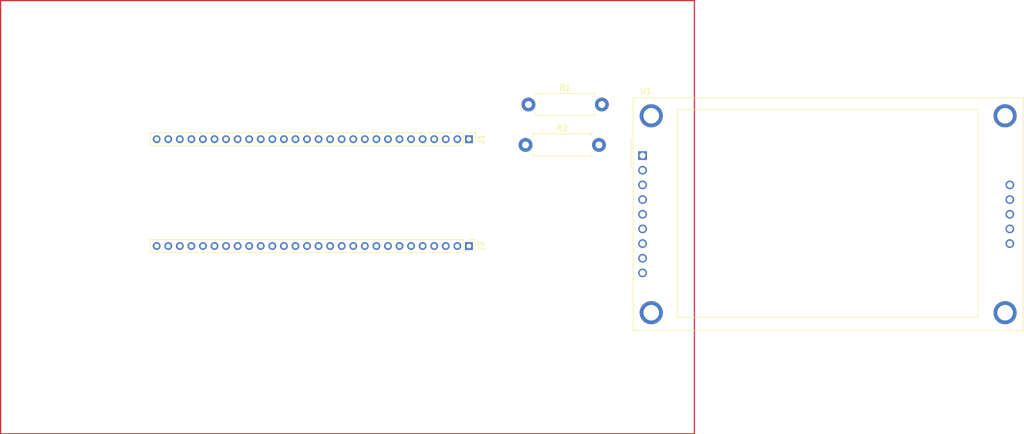
<source format=kicad_pcb>
(kicad_pcb (version 20241229) (generator "pcbnew") (generator_version "9.0")
  (layers (0 "F.Cu" signal) (2 "B.Cu" signal) (13 "F.Paste" user) (15 "B.Paste" user) (5 "F.SilkS" user "F.Silkscreen") (7 "B.SilkS" user "B.Silkscreen") (1 "F.Mask" user) (3 "B.Mask" user) (25 "Edge.Cuts" user))
  (net 0 "")
  (net 1 "/8")
  (net 2 "/3.3V")
  (net 3 "/10")
  (net 4 "/20")
  (net 5 "/0")
  (net 6 "/21")
  (net 7 "/2")
  (net 8 "/13")
  (net 9 "/23")
  (net 10 "/18")
  (net 11 "/16")
  (net 12 "/12")
  (net 13 "/4")
  (net 14 "/19")
  (net 15 "/22")
  (net 16 "/11")
  (net 17 "/5")
  (net 18 "/1")
  (net 19 "/17")
  (net 20 "/14")
  (net 21 "/15")
  (net 22 "GND")
  (net 23 "/3")
  (net 24 "/7")
  (net 25 "/24")
  (net 26 "/9")
  (net 27 "/6")
  (net 28 "/5V")
  (net 29 "/30")
  (net 30 "/36")
  (net 31 "/34")
  (net 32 "/42")
  (net 33 "/29")
  (net 34 "/39")
  (net 35 "/26")
  (net 36 "/SWD")
  (net 37 "/28")
  (net 38 "/35")
  (net 39 "/43")
  (net 40 "/41")
  (net 41 "/44")
  (net 42 "/38")
  (net 43 "/27")
  (net 44 "/25")
  (net 45 "/31")
  (net 46 "/46")
  (net 47 "/32")
  (net 48 "/33")
  (net 49 "/SWCLK")
  (net 50 "/47")
  (net 51 "/37")
  (net 52 "/40")
  (net 53 "/45")
  (net 54 "Net-(BT1-+)")
  (footprint "Resistor_THT:R_Axial_DIN0411_L9.9mm_D3.6mm_P12.70mm_Horizontal" (layer "F.Cu") (at 140.8 70)
    (property "Reference" "R2" (at 6.35 -2.92 0) (layer "F.SilkS"))
    (property "Value" "6.8K")
    (fp_line (start 1.28 -1.92) (end 11.42 -1.92) (stroke (width 0.12)) (layer "F.SilkS"))
    (fp_line (start 1.28 -1.44) (end 1.28 -1.92) (stroke (width 0.12)) (layer "F.SilkS"))
    (fp_line (start 1.28 1.44) (end 1.28 1.92) (stroke (width 0.12)) (layer "F.SilkS"))
    (fp_line (start 1.28 1.92) (end 11.42 1.92) (stroke (width 0.12)) (layer "F.SilkS"))
    (fp_line (start 11.42 -1.92) (end 11.42 -1.44) (stroke (width 0.12)) (layer "F.SilkS"))
    (fp_line (start 11.42 1.92) (end 11.42 1.44) (stroke (width 0.12)) (layer "F.SilkS"))
    (pad "1" thru_hole circle (at 0 0) (size 2.4 2.4) (drill 1.2) (layers "*.Cu" "*.Mask") (net 28 "/5V"))
    (pad "2" thru_hole circle (at 12.7 0) (size 2.4 2.4) (drill 1.2) (layers "*.Cu" "*.Mask") (net 22 "GND"))
  )
  (footprint "Display:CR2013-MI2120" (layer "F.Cu") (at 161.0425 71.84)
    (property "Reference" "U1" (at 0.59 -11.18 0) (layer "F.SilkS"))
    (property "Value" "~")
    (fp_line (start -2 -3) (end -2 2) (stroke (width 0.12)) (layer "F.SilkS"))
    (fp_line (start -1.62 -10.01) (end 65.82 -10.01) (stroke (width 0.12)) (layer "F.SilkS"))
    (fp_line (start -1.62 30.33) (end -1.62 -10.01) (stroke (width 0.12)) (layer "F.SilkS"))
    (fp_line (start 6 -8) (end 58 -8) (stroke (width 0.12)) (layer "F.SilkS"))
    (fp_line (start 6 28) (end 6 -8) (stroke (width 0.12)) (layer "F.SilkS"))
    (fp_line (start 58 -8) (end 58 28) (stroke (width 0.12)) (layer "F.SilkS"))
    (fp_line (start 58 28) (end 6 28) (stroke (width 0.12)) (layer "F.SilkS"))
    (fp_line (start 65.82 -10.01) (end 65.82 30.33) (stroke (width 0.12)) (layer "F.SilkS"))
    (fp_line (start 65.82 30.33) (end -1.62 30.33) (stroke (width 0.12)) (layer "F.SilkS"))
    (pad "" thru_hole circle (at 1.5 -6.89) (size 4 4) (drill 2.7) (layers "*.Cu" "*.Mask"))
    (pad "" thru_hole circle (at 1.5 27.21) (size 4 4) (drill 2.7) (layers "*.Cu" "*.Mask"))
    (pad "" thru_hole circle (at 62.7 -6.89) (size 4 4) (drill 2.7) (layers "*.Cu" "*.Mask"))
    (pad "" thru_hole circle (at 62.7 27.21) (size 4 4) (drill 2.7) (layers "*.Cu" "*.Mask"))
    (pad "1" thru_hole rect (at 0 0) (size 1.5 1.5) (drill 1) (layers "*.Cu" "*.Mask") (net 2 "/3.3V"))
    (pad "2" thru_hole circle (at 0 2.54) (size 1.5 1.5) (drill 1) (layers "*.Cu" "*.Mask") (net 22 "GND"))
    (pad "3" thru_hole circle (at 0 5.08) (size 1.5 1.5) (drill 1) (layers "*.Cu" "*.Mask") (net 8 "/13"))
    (pad "4" thru_hole circle (at 0 7.62) (size 1.5 1.5) (drill 1) (layers "*.Cu" "*.Mask") (net 12 "/12"))
    (pad "5" thru_hole circle (at 0 10.16) (size 1.5 1.5) (drill 1) (layers "*.Cu" "*.Mask") (net 19 "/17"))
    (pad "6" thru_hole circle (at 0 12.7) (size 1.5 1.5) (drill 1) (layers "*.Cu" "*.Mask") (net 21 "/15"))
    (pad "7" thru_hole circle (at 0 15.24) (size 1.5 1.5) (drill 1) (layers "*.Cu" "*.Mask") (net 20 "/14"))
    (pad "8" thru_hole circle (at 0 17.78) (size 1.5 1.5) (drill 1) (layers "*.Cu" "*.Mask") (net 2 "/3.3V"))
    (pad "9" thru_hole circle (at 0 20.32) (size 1.5 1.5) (drill 1) (layers "*.Cu" "*.Mask"))
    (pad "10" thru_hole circle (at 63.52 5.08) (size 1.5 1.5) (drill 1) (layers "*.Cu" "*.Mask"))
    (pad "11" thru_hole circle (at 63.52 7.62) (size 1.5 1.5) (drill 1) (layers "*.Cu" "*.Mask"))
    (pad "12" thru_hole circle (at 63.52 10.16) (size 1.5 1.5) (drill 1) (layers "*.Cu" "*.Mask"))
    (pad "13" thru_hole circle (at 63.52 12.7) (size 1.5 1.5) (drill 1) (layers "*.Cu" "*.Mask"))
    (pad "14" thru_hole circle (at 63.52 15.24) (size 1.5 1.5) (drill 1) (layers "*.Cu" "*.Mask"))
  )
  (footprint "Resistor_THT:R_Axial_DIN0411_L9.9mm_D3.6mm_P12.70mm_Horizontal" (layer "F.Cu") (at 141.3 63)
    (property "Reference" "R1" (at 6.35 -2.92 0) (layer "F.SilkS"))
    (property "Value" "1.5K")
    (fp_line (start 1.28 -1.92) (end 11.42 -1.92) (stroke (width 0.12)) (layer "F.SilkS"))
    (fp_line (start 1.28 -1.44) (end 1.28 -1.92) (stroke (width 0.12)) (layer "F.SilkS"))
    (fp_line (start 1.28 1.44) (end 1.28 1.92) (stroke (width 0.12)) (layer "F.SilkS"))
    (fp_line (start 1.28 1.92) (end 11.42 1.92) (stroke (width 0.12)) (layer "F.SilkS"))
    (fp_line (start 11.42 -1.92) (end 11.42 -1.44) (stroke (width 0.12)) (layer "F.SilkS"))
    (fp_line (start 11.42 1.92) (end 11.42 1.44) (stroke (width 0.12)) (layer "F.SilkS"))
    (pad "1" thru_hole circle (at 0 0) (size 2.4 2.4) (drill 1.2) (layers "*.Cu" "*.Mask") (net 54 "Net-(BT1-+)"))
    (pad "2" thru_hole circle (at 12.7 0) (size 2.4 2.4) (drill 1.2) (layers "*.Cu" "*.Mask") (net 28 "/5V"))
  )
  (footprint "Connector_PinHeader_2.00mm:PinHeader_1x28_P2.00mm_Vertical" (layer "F.Cu") (at 131 69 -90)
    (property "Reference" "J1" (at 0 -2.11 90) (layer "F.SilkS"))
    (property "Value" "~")
    (fp_line (start -1.11 55.11) (end 1.11 55.11) (stroke (width 0.12)) (layer "F.SilkS"))
    (fp_line (start -1.11 1) (end -1.11 55.11) (stroke (width 0.12)) (layer "F.SilkS"))
    (fp_line (start -1.11 1) (end 1.11 1) (stroke (width 0.12)) (layer "F.SilkS"))
    (fp_line (start 1.11 1) (end 1.11 55.11) (stroke (width 0.12)) (layer "F.SilkS"))
    (fp_line (start -1.11 0) (end -1.11 -1.11) (stroke (width 0.12)) (layer "F.SilkS"))
    (fp_line (start -1.11 -1.11) (end 0 -1.11) (stroke (width 0.12)) (layer "F.SilkS"))
    (pad "1" thru_hole rect (at 0 0 270) (size 1.35 1.35) (drill 0.8) (layers "*.Cu" "*.Mask") (net 28 "/5V"))
    (pad "2" thru_hole circle (at 0 2 270) (size 1.35 1.35) (drill 0.8) (layers "*.Cu" "*.Mask") (net 2 "/3.3V"))
    (pad "3" thru_hole circle (at 0 4 270) (size 1.35 1.35) (drill 0.8) (layers "*.Cu" "*.Mask") (net 5 "/0"))
    (pad "4" thru_hole circle (at 0 6 270) (size 1.35 1.35) (drill 0.8) (layers "*.Cu" "*.Mask") (net 18 "/1"))
    (pad "5" thru_hole circle (at 0 8 270) (size 1.35 1.35) (drill 0.8) (layers "*.Cu" "*.Mask") (net 7 "/2"))
    (pad "6" thru_hole circle (at 0 10 270) (size 1.35 1.35) (drill 0.8) (layers "*.Cu" "*.Mask") (net 23 "/3"))
    (pad "7" thru_hole circle (at 0 12 270) (size 1.35 1.35) (drill 0.8) (layers "*.Cu" "*.Mask") (net 13 "/4"))
    (pad "8" thru_hole circle (at 0 14 270) (size 1.35 1.35) (drill 0.8) (layers "*.Cu" "*.Mask") (net 17 "/5"))
    (pad "9" thru_hole circle (at 0 16 270) (size 1.35 1.35) (drill 0.8) (layers "*.Cu" "*.Mask") (net 27 "/6"))
    (pad "10" thru_hole circle (at 0 18 270) (size 1.35 1.35) (drill 0.8) (layers "*.Cu" "*.Mask") (net 24 "/7"))
    (pad "11" thru_hole circle (at 0 20 270) (size 1.35 1.35) (drill 0.8) (layers "*.Cu" "*.Mask") (net 1 "/8"))
    (pad "12" thru_hole circle (at 0 22 270) (size 1.35 1.35) (drill 0.8) (layers "*.Cu" "*.Mask") (net 26 "/9"))
    (pad "13" thru_hole circle (at 0 24 270) (size 1.35 1.35) (drill 0.8) (layers "*.Cu" "*.Mask") (net 3 "/10"))
    (pad "14" thru_hole circle (at 0 26 270) (size 1.35 1.35) (drill 0.8) (layers "*.Cu" "*.Mask") (net 16 "/11"))
    (pad "15" thru_hole circle (at 0 28 270) (size 1.35 1.35) (drill 0.8) (layers "*.Cu" "*.Mask") (net 12 "/12"))
    (pad "16" thru_hole circle (at 0 30 270) (size 1.35 1.35) (drill 0.8) (layers "*.Cu" "*.Mask") (net 8 "/13"))
    (pad "17" thru_hole circle (at 0 32 270) (size 1.35 1.35) (drill 0.8) (layers "*.Cu" "*.Mask") (net 20 "/14"))
    (pad "18" thru_hole circle (at 0 34 270) (size 1.35 1.35) (drill 0.8) (layers "*.Cu" "*.Mask") (net 21 "/15"))
    (pad "19" thru_hole circle (at 0 36 270) (size 1.35 1.35) (drill 0.8) (layers "*.Cu" "*.Mask") (net 11 "/16"))
    (pad "20" thru_hole circle (at 0 38 270) (size 1.35 1.35) (drill 0.8) (layers "*.Cu" "*.Mask") (net 19 "/17"))
    (pad "21" thru_hole circle (at 0 40 270) (size 1.35 1.35) (drill 0.8) (layers "*.Cu" "*.Mask") (net 10 "/18"))
    (pad "22" thru_hole circle (at 0 42 270) (size 1.35 1.35) (drill 0.8) (layers "*.Cu" "*.Mask") (net 14 "/19"))
    (pad "23" thru_hole circle (at 0 44 270) (size 1.35 1.35) (drill 0.8) (layers "*.Cu" "*.Mask") (net 4 "/20"))
    (pad "24" thru_hole circle (at 0 46 270) (size 1.35 1.35) (drill 0.8) (layers "*.Cu" "*.Mask") (net 6 "/21"))
    (pad "25" thru_hole circle (at 0 48 270) (size 1.35 1.35) (drill 0.8) (layers "*.Cu" "*.Mask") (net 15 "/22"))
    (pad "26" thru_hole circle (at 0 50 270) (size 1.35 1.35) (drill 0.8) (layers "*.Cu" "*.Mask") (net 9 "/23"))
    (pad "27" thru_hole circle (at 0 52 270) (size 1.35 1.35) (drill 0.8) (layers "*.Cu" "*.Mask") (net 25 "/24"))
    (pad "28" thru_hole circle (at 0 54 270) (size 1.35 1.35) (drill 0.8) (layers "*.Cu" "*.Mask") (net 22 "GND"))
  )
  (footprint "Connector_PinHeader_2.00mm:PinHeader_1x28_P2.00mm_Vertical" (layer "F.Cu") (at 131 87.5 -90)
    (property "Reference" "J2" (at 0 -2.11 90) (layer "F.SilkS"))
    (property "Value" "~")
    (fp_line (start -1.11 55.11) (end 1.11 55.11) (stroke (width 0.12)) (layer "F.SilkS"))
    (fp_line (start -1.11 1) (end -1.11 55.11) (stroke (width 0.12)) (layer "F.SilkS"))
    (fp_line (start -1.11 1) (end 1.11 1) (stroke (width 0.12)) (layer "F.SilkS"))
    (fp_line (start 1.11 1) (end 1.11 55.11) (stroke (width 0.12)) (layer "F.SilkS"))
    (fp_line (start -1.11 0) (end -1.11 -1.11) (stroke (width 0.12)) (layer "F.SilkS"))
    (fp_line (start -1.11 -1.11) (end 0 -1.11) (stroke (width 0.12)) (layer "F.SilkS"))
    (pad "1" thru_hole rect (at 0 0 270) (size 1.35 1.35) (drill 0.8) (layers "*.Cu" "*.Mask") (net 28 "/5V"))
    (pad "2" thru_hole circle (at 0 2 270) (size 1.35 1.35) (drill 0.8) (layers "*.Cu" "*.Mask") (net 2 "/3.3V"))
    (pad "3" thru_hole circle (at 0 4 270) (size 1.35 1.35) (drill 0.8) (layers "*.Cu" "*.Mask") (net 50 "/47"))
    (pad "4" thru_hole circle (at 0 6 270) (size 1.35 1.35) (drill 0.8) (layers "*.Cu" "*.Mask") (net 46 "/46"))
    (pad "5" thru_hole circle (at 0 8 270) (size 1.35 1.35) (drill 0.8) (layers "*.Cu" "*.Mask") (net 53 "/45"))
    (pad "6" thru_hole circle (at 0 10 270) (size 1.35 1.35) (drill 0.8) (layers "*.Cu" "*.Mask") (net 41 "/44"))
    (pad "7" thru_hole circle (at 0 12 270) (size 1.35 1.35) (drill 0.8) (layers "*.Cu" "*.Mask") (net 39 "/43"))
    (pad "8" thru_hole circle (at 0 14 270) (size 1.35 1.35) (drill 0.8) (layers "*.Cu" "*.Mask") (net 32 "/42"))
    (pad "9" thru_hole circle (at 0 16 270) (size 1.35 1.35) (drill 0.8) (layers "*.Cu" "*.Mask") (net 40 "/41"))
    (pad "10" thru_hole circle (at 0 18 270) (size 1.35 1.35) (drill 0.8) (layers "*.Cu" "*.Mask") (net 52 "/40"))
    (pad "11" thru_hole circle (at 0 20 270) (size 1.35 1.35) (drill 0.8) (layers "*.Cu" "*.Mask") (net 34 "/39"))
    (pad "12" thru_hole circle (at 0 22 270) (size 1.35 1.35) (drill 0.8) (layers "*.Cu" "*.Mask") (net 42 "/38"))
    (pad "13" thru_hole circle (at 0 24 270) (size 1.35 1.35) (drill 0.8) (layers "*.Cu" "*.Mask") (net 51 "/37"))
    (pad "14" thru_hole circle (at 0 26 270) (size 1.35 1.35) (drill 0.8) (layers "*.Cu" "*.Mask") (net 30 "/36"))
    (pad "15" thru_hole circle (at 0 28 270) (size 1.35 1.35) (drill 0.8) (layers "*.Cu" "*.Mask") (net 38 "/35"))
    (pad "16" thru_hole circle (at 0 30 270) (size 1.35 1.35) (drill 0.8) (layers "*.Cu" "*.Mask") (net 31 "/34"))
    (pad "17" thru_hole circle (at 0 32 270) (size 1.35 1.35) (drill 0.8) (layers "*.Cu" "*.Mask") (net 48 "/33"))
    (pad "18" thru_hole circle (at 0 34 270) (size 1.35 1.35) (drill 0.8) (layers "*.Cu" "*.Mask") (net 47 "/32"))
    (pad "19" thru_hole circle (at 0 36 270) (size 1.35 1.35) (drill 0.8) (layers "*.Cu" "*.Mask") (net 45 "/31"))
    (pad "20" thru_hole circle (at 0 38 270) (size 1.35 1.35) (drill 0.8) (layers "*.Cu" "*.Mask") (net 29 "/30"))
    (pad "21" thru_hole circle (at 0 40 270) (size 1.35 1.35) (drill 0.8) (layers "*.Cu" "*.Mask") (net 33 "/29"))
    (pad "22" thru_hole circle (at 0 42 270) (size 1.35 1.35) (drill 0.8) (layers "*.Cu" "*.Mask") (net 37 "/28"))
    (pad "23" thru_hole circle (at 0 44 270) (size 1.35 1.35) (drill 0.8) (layers "*.Cu" "*.Mask") (net 43 "/27"))
    (pad "24" thru_hole circle (at 0 46 270) (size 1.35 1.35) (drill 0.8) (layers "*.Cu" "*.Mask") (net 35 "/26"))
    (pad "25" thru_hole circle (at 0 48 270) (size 1.35 1.35) (drill 0.8) (layers "*.Cu" "*.Mask") (net 44 "/25"))
    (pad "26" thru_hole circle (at 0 50 270) (size 1.35 1.35) (drill 0.8) (layers "*.Cu" "*.Mask") (net 49 "/SWCLK"))
    (pad "27" thru_hole circle (at 0 52 270) (size 1.35 1.35) (drill 0.8) (layers "*.Cu" "*.Mask") (net 36 "/SWD"))
    (pad "28" thru_hole circle (at 0 54 270) (size 1.35 1.35) (drill 0.8) (layers "*.Cu" "*.Mask") (net 22 "GND"))
  )
  (gr_line (start 50 45) (end 50 50) (stroke (width 0.2)) (layer "F.Cu") (net 13))
  (gr_line (start 50 120) (end 170 120) (stroke (width 0.2)) (layer "F.Cu") (net 13))
  (gr_line (start 170 120) (end 170 45) (stroke (width 0.2)) (layer "F.Cu") (net 13))
  (gr_line (start 170 45) (end 50 45) (stroke (width 0.2)) (layer "F.Cu") (net 13))
  (gr_line (start 50 50) (end 50 120) (stroke (width 0.2)) (layer "F.Cu") (net 13))
)
</source>
